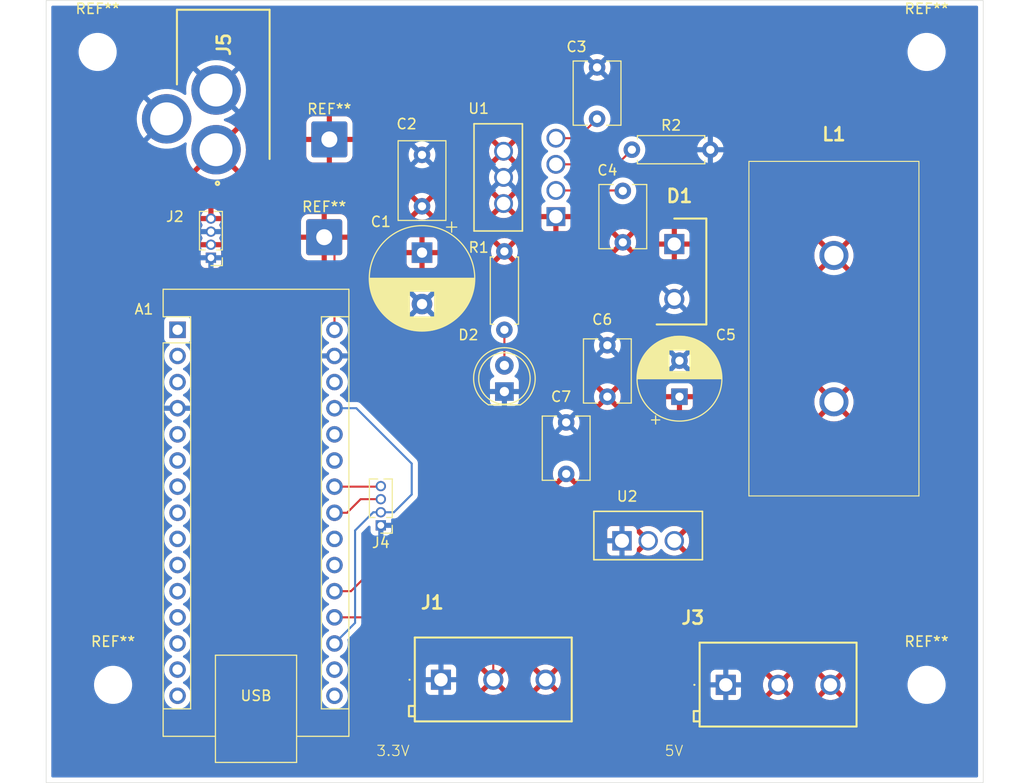
<source format=kicad_pcb>
(kicad_pcb (version 20240108) (generator "pcbnew") (generator_version "8.0")
  (layers (0 "F.Cu" signal) (31 "B.Cu" signal) (34 "B.Paste" user) (35 "F.Paste" user) (36 "B.SilkS" user "B.Silkscreen") (37 "F.SilkS" user "F.Silkscreen") (38 "B.Mask" user) (39 "F.Mask" user) (44 "Edge.Cuts" user))
  (net 0 "")
  (net 7 "Net-(A1-SCL{slash}A5)")
  (net 10 "Net-(A1-+5V)")
  (net 18 "Net-(A1-SDA{slash}A4)")
  (net 23 "+5V")
  (net 25 "Net-(D2-A)")
  (net 26 "GND")
  (net 27 "VBUS")
  (net 28 "+3V3")
  (net 30 "Net-(U1-SS)")
  (net 31 "Net-(U1-CB)")
  (net 32 "Net-(U1-CURRENT_ADJ)")
  (net 33 "+12C")
  (net 34 "+5VA")
  (footprint "Capacitor_THT:C_Disc_D6.0mm_W4.4mm_P5.00mm" (layer "F.Cu") (at 128.5 41 90)
    (property "Reference" "C3" (at 7 -2 0) (layer "F.SilkS"))
    (property "Value" "10n")
    (pad "1" thru_hole circle (at 0 0 90) (size 1.6 1.6) (drill 0.8) (layers "*.Cu" "*.Mask") (net 30 "Net-(U1-SS)"))
    (pad "2" thru_hole circle (at 5 0 90) (size 1.6 1.6) (drill 0.8) (layers "*.Cu" "*.Mask") (net 26 "GND"))
  )
  (footprint "Capacitor_THT:C_Disc_D6.0mm_W4.4mm_P5.00mm" (layer "F.Cu") (at 131 48 -90)
    (property "Reference" "C4" (at -2 1.5 0) (layer "F.SilkS"))
    (property "Value" "10n")
    (pad "1" thru_hole circle (at 0 0 270) (size 1.6 1.6) (drill 0.8) (layers "*.Cu" "*.Mask") (net 31 "Net-(U1-CB)"))
    (pad "2" thru_hole circle (at 5 0 270) (size 1.6 1.6) (drill 0.8) (layers "*.Cu" "*.Mask") (net 34 "+5VA"))
  )
  (footprint "MountingHole:MountingHole_3.2mm_M3" (layer "F.Cu") (at 80 34.5)
    (property "Reference" "REF**" (at 0 -4.2 0) (layer "F.SilkS"))
    (property "Value" "MountingHole_3.2mm_M3")
    (pad "" np_thru_hole circle (at 0 0) (size 3.2 3.2) (drill 3.2) (layers "*.Cu" "*.Mask"))
  )
  (footprint "Capacitor_THT:C_Disc_D7.5mm_W4.4mm_P5.00mm" (layer "F.Cu") (at 111.5 49.5 90)
    (property "Reference" "C2" (at 8 -1.5 0) (layer "F.SilkS"))
    (property "Value" "100n")
    (pad "1" thru_hole circle (at 0 0 90) (size 1.6 1.6) (drill 0.8) (layers "*.Cu" "*.Mask") (net 27 "VBUS"))
    (pad "2" thru_hole circle (at 5 0 90) (size 1.6 1.6) (drill 0.8) (layers "*.Cu" "*.Mask") (net 26 "GND"))
  )
  (footprint "KiCad6:TO533P482X997X1956-2P" (layer "F.Cu") (at 136 53.17 -90)
    (property "Reference" "D1" (at -4.67 -0.5 180) (layer "F.SilkS") (effects (font (size 1.27 1.27) (thickness 0.254))))
    (property "Value" "D" (hide yes))
    (pad "1" thru_hole rect (at 0 0 270) (size 1.95 1.95) (drill 1.3) (layers "*.Cu" "*.Mask") (net 34 "+5VA"))
    (pad "2" thru_hole circle (at 5.33 0 270) (size 1.95 1.95) (drill 1.3) (layers "*.Cu" "*.Mask") (net 26 "GND"))
  )
  (footprint "Connector_Wire:SolderWire-0.75sqmm_1x01_D1.25mm_OD3.5mm" (layer "F.Cu") (at 102.5 43)
    (property "Reference" "REF**" (at 0 -2.95 0) (layer "F.SilkS"))
    (property "Value" "SolderWire-0.75sqmm_1x01_D1.25mm_OD3.5mm")
    (pad "1" thru_hole roundrect (at 0 0) (size 3.5 3.5) (drill 1.55) (layers "*.Cu" "*.Mask") (roundrect_rratio 0.071429) (net 33 "+12C"))
  )
  (footprint "footprints:TA07B" (layer "F.Cu") (at 113.2986 42.88 90)
    (property "Reference" "U1" (at 2.88 3.7014 0) (layer "F.SilkS"))
    (property "Value" "LM2679T-12/NOPB")
    (pad "1" thru_hole rect (at -7.62 11.2014 90) (size 1.8288 1.8288) (drill 1.3208) (layers "*.Cu" "*.Mask") (net 34 "+5VA"))
    (pad "2" thru_hole circle (at -6.35 6.1214 90) (size 1.8288 1.8288) (drill 1.3208) (layers "*.Cu" "*.Mask") (net 27 "VBUS"))
    (pad "3" thru_hole circle (at -5.08 11.2014 90) (size 1.8288 1.8288) (drill 1.3208) (layers "*.Cu" "*.Mask") (net 31 "Net-(U1-CB)"))
    (pad "4" thru_hole circle (at -3.81 6.1214 90) (size 1.8288 1.8288) (drill 1.3208) (layers "*.Cu" "*.Mask") (net 26 "GND"))
    (pad "5" thru_hole circle (at -2.54 11.2014 90) (size 1.8288 1.8288) (drill 1.3208) (layers "*.Cu" "*.Mask") (net 32 "Net-(U1-CURRENT_ADJ)"))
    (pad "6" thru_hole circle (at -1.27 6.1214 90) (size 1.8288 1.8288) (drill 1.3208) (layers "*.Cu" "*.Mask") (net 34 "+5VA"))
    (pad "7" thru_hole circle (at 0 11.2014 90) (size 1.8288 1.8288) (drill 1.3208) (layers "*.Cu" "*.Mask") (net 30 "Net-(U1-SS)"))
  )
  (footprint "Connector_PinHeader_1.27mm:PinHeader_1x04_P1.27mm_Vertical" (layer "F.Cu") (at 107.5 80.5 180)
    (property "Reference" "J4" (at 0 -1.695 0) (layer "F.SilkS"))
    (property "Value" "Conn_01x04_Pin")
    (pad "1" thru_hole rect (at 0 0 180) (size 1 1) (drill 0.65) (layers "*.Cu" "*.Mask") (net 26 "GND"))
    (pad "2" thru_hole oval (at 0 1.27 180) (size 1 1) (drill 0.65) (layers "*.Cu" "*.Mask") (net 10 "Net-(A1-+5V)"))
    (pad "3" thru_hole oval (at 0 2.54 180) (size 1 1) (drill 0.65) (layers "*.Cu" "*.Mask") (net 18 "Net-(A1-SDA{slash}A4)"))
    (pad "4" thru_hole oval (at 0 3.81 180) (size 1 1) (drill 0.65) (layers "*.Cu" "*.Mask") (net 7 "Net-(A1-SCL{slash}A5)"))
  )
  (footprint "1548129:1548129" (layer "F.Cu") (at 113.34 95.5)
    (property "Reference" "J1" (at -0.84 -7.5 0) (layer "F.SilkS") (effects (font (size 1.27 1.27) (thickness 0.254))))
    (property "Value" "Conn_01x03_Pin" (hide yes))
    (pad "1" thru_hole rect (at 0 0) (size 1.95 1.95) (drill 1.3) (layers "*.Cu" "*.Mask") (net 26 "GND"))
    (pad "2" thru_hole circle (at 5.08 0) (size 1.95 1.95) (drill 1.3) (layers "*.Cu" "*.Mask") (net 28 "+3V3"))
    (pad "3" thru_hole circle (at 10.16 0) (size 1.95 1.95) (drill 1.3) (layers "*.Cu" "*.Mask") (net 28 "+3V3"))
  )
  (footprint "1548129:1548129" (layer "F.Cu") (at 141 96)
    (property "Reference" "J3" (at -3.205 -6.525 0) (layer "F.SilkS") (effects (font (size 1.27 1.27) (thickness 0.254))))
    (property "Value" "Conn_01x03_Pin" (hide yes))
    (pad "1" thru_hole rect (at 0 0) (size 1.95 1.95) (drill 1.3) (layers "*.Cu" "*.Mask") (net 26 "GND"))
    (pad "2" thru_hole circle (at 5.08 0) (size 1.95 1.95) (drill 1.3) (layers "*.Cu" "*.Mask") (net 23 "+5V"))
    (pad "3" thru_hole circle (at 10.16 0) (size 1.95 1.95) (drill 1.3) (layers "*.Cu" "*.Mask") (net 23 "+5V"))
  )
  (footprint "footprints2:T03B" (layer "F.Cu") (at 136 80.984)
    (property "Reference" "U2" (at -4.58 -3.295 0) (layer "F.SilkS"))
    (property "Value" "LM1084-3.3")
    (pad "1" thru_hole rect (at -5.08 1.016) (size 1.8796 1.8796) (drill 1.3716) (layers "*.Cu" "*.Mask") (net 26 "GND"))
    (pad "2" thru_hole circle (at -2.54 1.016) (size 1.8796 1.8796) (drill 1.3716) (layers "*.Cu" "*.Mask") (net 28 "+3V3"))
    (pad "3" thru_hole circle (at 0 1.016) (size 1.8796 1.8796) (drill 1.3716) (layers "*.Cu" "*.Mask") (net 23 "+5V"))
  )
  (footprint "MountingHole:MountingHole_3.2mm_M3" (layer "F.Cu") (at 81.5 96)
    (property "Reference" "REF**" (at 0 -4.2 0) (layer "F.SilkS"))
    (property "Value" "MountingHole_3.2mm_M3")
    (pad "" np_thru_hole circle (at 0 0) (size 3.2 3.2) (drill 3.2) (layers "*.Cu" "*.Mask"))
  )
  (footprint "Capacitor_THT:C_Disc_D6.0mm_W4.4mm_P5.00mm" (layer "F.Cu") (at 129.5 68 90)
    (property "Reference" "C6" (at 7.5 -0.5 0) (layer "F.SilkS"))
    (property "Value" "20uF")
    (pad "1" thru_hole circle (at 0 0 90) (size 1.6 1.6) (drill 0.8) (layers "*.Cu" "*.Mask") (net 23 "+5V"))
    (pad "2" thru_hole circle (at 5 0 90) (size 1.6 1.6) (drill 0.8) (layers "*.Cu" "*.Mask") (net 26 "GND"))
  )
  (footprint "Connector_Wire:SolderWire-0.75sqmm_1x01_D1.25mm_OD3.5mm" (layer "F.Cu") (at 102 52.5)
    (property "Reference" "REF**" (at 0 -2.95 0) (layer "F.SilkS"))
    (property "Value" "SolderWire-0.75sqmm_1x01_D1.25mm_OD3.5mm")
    (pad "1" thru_hole roundrect (at 0 0) (size 3.5 3.5) (drill 1.55) (layers "*.Cu" "*.Mask") (roundrect_rratio 0.071429) (net 27 "VBUS"))
  )
  (footprint "Connector_PinHeader_1.27mm:PinHeader_1x04_P1.27mm_Vertical" (layer "F.Cu") (at 91 54.5 180)
    (property "Reference" "J2" (at 3.5 4 180) (layer "F.SilkS"))
    (property "Value" "Conn_01x04_Pin")
    (pad "1" thru_hole rect (at 0 0 180) (size 1 1) (drill 0.65) (layers "*.Cu" "*.Mask") (net 26 "GND"))
    (pad "2" thru_hole oval (at 0 1.27 180) (size 1 1) (drill 0.65) (layers "*.Cu" "*.Mask") (net 27 "VBUS"))
    (pad "3" thru_hole oval (at 0 2.54 180) (size 1 1) (drill 0.65) (layers "*.Cu" "*.Mask") (net 26 "GND"))
    (pad "4" thru_hole oval (at 0 3.81 180) (size 1 1) (drill 0.65) (layers "*.Cu" "*.Mask") (net 27 "VBUS"))
  )
  (footprint "LED_THT:LED_D5.0mm_Clear" (layer "F.Cu") (at 119.5 67.5 90)
    (property "Reference" "D2" (at 5.5 -3.5 0) (layer "F.SilkS"))
    (property "Value" "LED")
    (pad "1" thru_hole rect (at 0 0 90) (size 1.8 1.8) (drill 0.9) (layers "*.Cu" "*.Mask") (net 26 "GND"))
    (pad "2" thru_hole circle (at 2.54 0 90) (size 1.8 1.8) (drill 0.9) (layers "*.Cu" "*.Mask") (net 25 "Net-(D2-A)"))
  )
  (footprint "KiCad5:2303VRC" (layer "F.Cu") (at 151.5 54.276 -90)
    (property "Reference" "L1" (at -11.776 0 0) (layer "F.SilkS") (effects (font (size 1.27 1.27) (thickness 0.254))))
    (property "Value" "15u" (hide yes))
    (pad "1" thru_hole circle (at 0 0 270) (size 2.814 2.814) (drill 1.876) (layers "*.Cu" "*.Mask") (net 34 "+5VA"))
    (pad "2" thru_hole circle (at 14.224 0 270) (size 2.814 2.814) (drill 1.876) (layers "*.Cu" "*.Mask") (net 23 "+5V"))
  )
  (footprint "Capacitor_THT:CP_Radial_D10.0mm_P5.00mm" (layer "F.Cu") (at 111.5 54 -90)
    (property "Reference" "C1" (at -3 4 180) (layer "F.SilkS"))
    (property "Value" "120u")
    (pad "1" thru_hole rect (at 0 0 270) (size 2 2) (drill 1) (layers "*.Cu" "*.Mask") (net 27 "VBUS"))
    (pad "2" thru_hole circle (at 5 0 270) (size 2 2) (drill 1) (layers "*.Cu" "*.Mask") (net 26 "GND"))
  )
  (footprint "Resistor_THT:R_Axial_DIN0207_L6.3mm_D2.5mm_P7.62mm_Horizontal" (layer "F.Cu") (at 131.88 44)
    (property "Reference" "R2" (at 3.81 -2.37 0) (layer "F.SilkS"))
    (property "Value" "4.99k")
    (pad "1" thru_hole circle (at 0 0) (size 1.6 1.6) (drill 0.8) (layers "*.Cu" "*.Mask") (net 32 "Net-(U1-CURRENT_ADJ)"))
    (pad "2" thru_hole oval (at 7.62 0) (size 1.6 1.6) (drill 0.8) (layers "*.Cu" "*.Mask") (net 26 "GND"))
  )
  (footprint "MountingHole:MountingHole_3.2mm_M3" (layer "F.Cu") (at 160.5 34.5)
    (property "Reference" "REF**" (at 0 -4.2 0) (layer "F.SilkS"))
    (property "Value" "MountingHole_3.2mm_M3")
    (pad "" np_thru_hole circle (at 0 0) (size 3.2 3.2) (drill 3.2) (layers "*.Cu" "*.Mask"))
  )
  (footprint "Module:Arduino_Nano" (layer "F.Cu") (at 87.76 61.5)
    (property "Reference" "A1" (at -3.26 -2 0) (layer "F.SilkS"))
    (property "Value" "Arduino_Nano_Every" (hide yes))
    (fp_text user "USB" (at 7.62 35.56 0) (layer "F.SilkS"))
    (pad "1" thru_hole rect (at 0 0) (size 1.6 1.6) (drill 1) (layers "*.Cu" "*.Mask"))
    (pad "2" thru_hole oval (at 0 2.54) (size 1.6 1.6) (drill 1) (layers "*.Cu" "*.Mask"))
    (pad "3" thru_hole oval (at 0 5.08) (size 1.6 1.6) (drill 1) (layers "*.Cu" "*.Mask"))
    (pad "4" thru_hole oval (at 0 7.62) (size 1.6 1.6) (drill 1) (layers "*.Cu" "*.Mask") (net 26 "GND"))
    (pad "5" thru_hole oval (at 0 10.16) (size 1.6 1.6) (drill 1) (layers "*.Cu" "*.Mask"))
    (pad "6" thru_hole oval (at 0 12.7) (size 1.6 1.6) (drill 1) (layers "*.Cu" "*.Mask"))
    (pad "7" thru_hole oval (at 0 15.24) (size 1.6 1.6) (drill 1) (layers "*.Cu" "*.Mask"))
    (pad "8" thru_hole oval (at 0 17.78) (size 1.6 1.6) (drill 1) (layers "*.Cu" "*.Mask"))
    (pad "9" thru_hole oval (at 0 20.32) (size 1.6 1.6) (drill 1) (layers "*.Cu" "*.Mask"))
    (pad "10" thru_hole oval (at 0 22.86) (size 1.6 1.6) (drill 1) (layers "*.Cu" "*.Mask"))
    (pad "11" thru_hole oval (at 0 25.4) (size 1.6 1.6) (drill 1) (layers "*.Cu" "*.Mask"))
    (pad "12" thru_hole oval (at 0 27.94) (size 1.6 1.6) (drill 1) (layers "*.Cu" "*.Mask"))
    (pad "13" thru_hole oval (at 0 30.48) (size 1.6 1.6) (drill 1) (layers "*.Cu" "*.Mask"))
    (pad "14" thru_hole oval (at 0 33.02) (size 1.6 1.6) (drill 1) (layers "*.Cu" "*.Mask"))
    (pad "15" thru_hole oval (at 0 35.56) (size 1.6 1.6) (drill 1) (layers "*.Cu" "*.Mask"))
    (pad "16" thru_hole oval (at 15.24 35.56) (size 1.6 1.6) (drill 1) (layers "*.Cu" "*.Mask"))
    (pad "17" thru_hole oval (at 15.24 33.02) (size 1.6 1.6) (drill 1) (layers "*.Cu" "*.Mask"))
    (pad "18" thru_hole oval (at 15.24 30.48) (size 1.6 1.6) (drill 1) (layers "*.Cu" "*.Mask") (net 10 "Net-(A1-+5V)"))
    (pad "19" thru_hole oval (at 15.24 27.94) (size 1.6 1.6) (drill 1) (layers "*.Cu" "*.Mask") (net 28 "+3V3"))
    (pad "20" thru_hole oval (at 15.24 25.4) (size 1.6 1.6) (drill 1) (layers "*.Cu" "*.Mask") (net 23 "+5V"))
    (pad "21" thru_hole oval (at 15.24 22.86) (size 1.6 1.6) (drill 1) (layers "*.Cu" "*.Mask"))
    (pad "22" thru_hole oval (at 15.24 20.32) (size 1.6 1.6) (drill 1) (layers "*.Cu" "*.Mask"))
    (pad "23" thru_hole oval (at 15.24 17.78) (size 1.6 1.6) (drill 1) (layers "*.Cu" "*.Mask") (net 18 "Net-(A1-SDA{slash}A4)"))
    (pad "24" thru_hole oval (at 15.24 15.24) (size 1.6 1.6) (drill 1) (layers "*.Cu" "*.Mask") (net 7 "Net-(A1-SCL{slash}A5)"))
    (pad "25" thru_hole oval (at 15.24 12.7) (size 1.6 1.6) (drill 1) (layers "*.Cu" "*.Mask"))
    (pad "26" thru_hole oval (at 15.24 10.16) (size 1.6 1.6) (drill 1) (layers "*.Cu" "*.Mask"))
    (pad "27" thru_hole oval (at 15.24 7.62) (size 1.6 1.6) (drill 1) (layers "*.Cu" "*.Mask") (net 10 "Net-(A1-+5V)"))
    (pad "28" thru_hole oval (at 15.24 5.08) (size 1.6 1.6) (drill 1) (layers "*.Cu" "*.Mask"))
    (pad "29" thru_hole oval (at 15.24 2.54) (size 1.6 1.6) (drill 1) (layers "*.Cu" "*.Mask") (net 26 "GND"))
    (pad "30" thru_hole oval (at 15.24 0) (size 1.6 1.6) (drill 1) (layers "*.Cu" "*.Mask") (net 27 "VBUS"))
  )
  (footprint "MountingHole:MountingHole_3.2mm_M3" (layer "F.Cu") (at 160.5 96)
    (property "Reference" "REF**" (at 0 -4.2 0) (layer "F.SilkS"))
    (property "Value" "MountingHole_3.2mm_M3")
    (pad "" np_thru_hole circle (at 0 0) (size 3.2 3.2) (drill 3.2) (layers "*.Cu" "*.Mask"))
  )
  (footprint "Capacitor_THT:CP_Radial_D8.0mm_P3.50mm" (layer "F.Cu") (at 136.5 68 90)
    (property "Reference" "C5" (at 6 4.5 0) (layer "F.SilkS"))
    (property "Value" "330u")
    (pad "1" thru_hole rect (at 0 0 90) (size 1.6 1.6) (drill 0.8) (layers "*.Cu" "*.Mask") (net 23 "+5V"))
    (pad "2" thru_hole circle (at 3.5 0 90) (size 1.6 1.6) (drill 0.8) (layers "*.Cu" "*.Mask") (net 26 "GND"))
  )
  (footprint "Resistor_THT:R_Axial_DIN0207_L6.3mm_D2.5mm_P7.62mm_Horizontal" (layer "F.Cu") (at 119.5 53.88 -90)
    (property "Reference" "R1" (at -0.38 2.5 0) (layer "F.SilkS"))
    (property "Value" "100k")
    (pad "1" thru_hole circle (at 0 0 270) (size 1.6 1.6) (drill 0.8) (layers "*.Cu" "*.Mask") (net 27 "VBUS"))
    (pad "2" thru_hole oval (at 7.62 0 270) (size 1.6 1.6) (drill 0.8) (layers "*.Cu" "*.Mask") (net 25 "Net-(D2-A)"))
  )
  (footprint "KiCad1:694106301002_1" (layer "F.Cu") (at 87.7 30.4 -90)
    (property "Reference" "J5" (at 3.376 -4.559 90) (layer "F.SilkS") (effects (font (size 1.27 1.27) (thickness 0.254))))
    (property "Value" "Barrel_Jack_Switch_Pin3Ring" (hide yes))
    (pad "1" thru_hole circle (at 13.6 -3.8 270) (size 4.8 4.8) (drill 3.2) (layers "*.Cu" "*.Mask") (net 33 "+12C"))
    (pad "2" thru_hole circle (at 7.8 -3.8 270) (size 4.8 4.8) (drill 3.2) (layers "*.Cu" "*.Mask") (net 26 "GND"))
    (pad "3" thru_hole circle (at 10.6 1 270) (size 4.8 4.8) (drill 3.2) (layers "*.Cu" "*.Mask") (net 26 "GND"))
  )
  (footprint "Capacitor_THT:C_Disc_D6.0mm_W4.4mm_P5.00mm" (layer "F.Cu") (at 125.5 75.5 90)
    (property "Reference" "C7" (at 7.5 -0.5 0) (layer "F.SilkS"))
    (property "Value" "20uF")
    (pad "1" thru_hole circle (at 0 0 90) (size 1.6 1.6) (drill 0.8) (layers "*.Cu" "*.Mask") (net 28 "+3V3"))
    (pad "2" thru_hole circle (at 5 0 90) (size 1.6 1.6) (drill 0.8) (layers "*.Cu" "*.Mask") (net 26 "GND"))
  )
  (gr_rect (start 75 29.5) (end 166 105.5) (stroke (width 0.05)) (fill none) (layer "Edge.Cuts"))
  (gr_text "5V\n" (at 135 103 0) (layer "F.SilkS") (effects (font (size 1 1) (thickness 0.1)) (justify left bottom)))
  (gr_text "3.3V" (at 107 103 0) (layer "F.SilkS") (effects (font (size 1 1) (thickness 0.1)) (justify left bottom)))
  (segment (start 103 76.74) (end 107.45 76.74) (width 0.2) (layer "F.Cu") (net 7))
  (segment (start 107.45 76.74) (end 107.5 76.69) (width 0.2) (layer "F.Cu") (net 7))
  (segment (start 105 89.98) (end 103 91.98) (width 0.2) (layer "B.Cu") (net 10))
  (segment (start 106.77 79.23) (end 105 81) (width 0.2) (layer "B.Cu") (net 10))
  (segment (start 105.12 69.12) (end 110.5 74.5) (width 0.2) (layer "B.Cu") (net 10))
  (segment (start 105 81) (end 105 89.98) (width 0.2) (layer "B.Cu") (net 10))
  (segment (start 110.5 74.5) (end 110.5 77.5) (width 0.2) (layer "B.Cu") (net 10))
  (segment (start 103 69.12) (end 105.12 69.12) (width 0.2) (layer "B.Cu") (net 10))
  (segment (start 110.5 77.5) (end 108.77 79.23) (width 0.2) (layer "B.Cu") (net 10))
  (segment (start 108.77 79.23) (end 107.5 79.23) (width 0.2) (layer "B.Cu") (net 10))
  (segment (start 107.5 79.23) (end 106.77 79.23) (width 0.2) (layer "B.Cu") (net 10))
  (segment (start 103 79.28) (end 104.22 79.28) (width 0.2) (layer "F.Cu") (net 18))
  (segment (start 105.54 77.96) (end 107.5 77.96) (width 0.2) (layer "F.Cu") (net 18))
  (segment (start 104.22 79.28) (end 105.54 77.96) (width 0.2) (layer "F.Cu") (net 18))
  (segment (start 118.08 73.42) (end 132 73.42) (width 0.2) (layer "F.Cu") (net 23))
  (segment (start 104.6 86.9) (end 118.08 73.42) (width 0.2) (layer "F.Cu") (net 23))
  (segment (start 103 86.9) (end 104.6 86.9) (width 0.2) (layer "F.Cu") (net 23))
  (segment (start 119.5 64.96) (end 119.5 61.5) (width 0.2) (layer "F.Cu") (net 25))
  (segment (start 103 61.5) (end 103 53.5) (width 0.2) (layer "F.Cu") (net 27))
  (segment (start 103 53.5) (end 102 52.5) (width 0.2) (layer "F.Cu") (net 27))
  (segment (start 114.98 89.44) (end 118.42 92.88) (width 0.2) (layer "F.Cu") (net 28))
  (segment (start 103 89.44) (end 114.98 89.44) (width 0.2) (layer "F.Cu") (net 28))
  (segment (start 118.42 92.88) (end 118.42 95.5) (width 0.2) (layer "F.Cu") (net 28))
  (segment (start 124.5 42.88) (end 126.62 42.88) (width 0.2) (layer "F.Cu") (net 30))
  (segment (start 126.62 42.88) (end 128.5 41) (width 0.2) (layer "F.Cu") (net 30))
  (segment (start 130.96 47.96) (end 131 48) (width 0.2) (layer "F.Cu") (net 31))
  (segment (start 124.5 47.96) (end 130.96 47.96) (width 0.2) (layer "F.Cu") (net 31))
  (segment (start 130.46 45.42) (end 131.88 44) (width 0.2) (layer "F.Cu") (net 32))
  (segment (start 124.5 45.42) (end 130.46 45.42) (width 0.2) (layer "F.Cu") (net 32))
  (zone (net 34) (net_name "+5VA") (layer "F.Cu") (priority 3) (connect_pads (clearance 0.5)) (min_thickness 0.25) (fill yes (thermal_gap 0.5) (thermal_bridge_width 0.5))
    (polygon (pts (xy 123 49.5) (xy 123 42.5) (xy 117 42.5) (xy 117 45.5) (xy 121.5 45.5) (xy 121.5 47) (xy 121.5 56) (xy 128.5 56) (xy 155.5 56) (xy 155.5 49.5)))
  )
  (zone (net 27) (net_name "VBUS") (layer "F.Cu") (priority 2) (connect_pads (clearance 0.5)) (min_thickness 0.25) (fill yes (thermal_gap 0.5) (thermal_bridge_width 0.5))
    (polygon (pts (xy 88.5 48) (xy 88.5 56.5) (xy 121 56.5) (xy 121 48)))
  )
  (zone (net 28) (net_name "+3V3") (layer "F.Cu") (priority 5) (connect_pads (clearance 0.5)) (min_thickness 0.25) (fill yes (thermal_gap 0.5) (thermal_bridge_width 0.5))
    (polygon (pts (xy 134.5 75) (xy 134.5 77) (xy 134.5 99) (xy 117 99) (xy 117 75)))
  )
  (zone (net 23) (net_name "+5V") (layer "F.Cu") (priority 4) (connect_pads (clearance 0.5)) (min_thickness 0.25) (fill yes (thermal_gap 0.5) (thermal_bridge_width 0.5))
    (polygon (pts (xy 154 66.5) (xy 154 86.5) (xy 154 98) (xy 143.5 98) (xy 143.5 84) (xy 135 84) (xy 135 74.5) (xy 128 74.5) (xy 128 66.5)))
  )
  (zone (net 33) (net_name "+12C") (layer "F.Cu") (connect_pads (clearance 0.5)) (min_thickness 0.25) (fill yes (thermal_gap 0.5) (thermal_bridge_width 0.5))
    (polygon (pts (xy 90 41) (xy 99 41) (xy 99 40) (xy 105.5 40) (xy 105.5 47) (xy 89 47) (xy 89 42)))
  )
  (zone (net 26) (net_name "GND") (layer "B.Cu") (priority 1) (connect_pads (clearance 0.5)) (min_thickness 0.25) (fill yes (thermal_gap 0.5) (thermal_bridge_width 0.5))
    (polygon (pts (xy 75.5 30) (xy 75.5 105) (xy 165.5 105) (xy 165.5 30)))
  )
)
</source>
